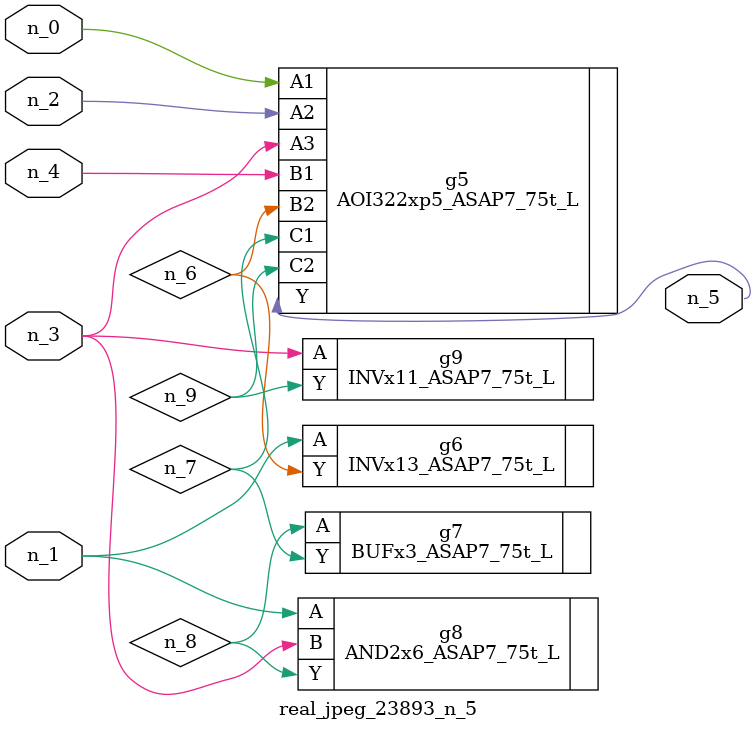
<source format=v>
module real_jpeg_23893_n_5 (n_4, n_0, n_1, n_2, n_3, n_5);

input n_4;
input n_0;
input n_1;
input n_2;
input n_3;

output n_5;

wire n_8;
wire n_6;
wire n_7;
wire n_9;

AOI322xp5_ASAP7_75t_L g5 ( 
.A1(n_0),
.A2(n_2),
.A3(n_3),
.B1(n_4),
.B2(n_6),
.C1(n_7),
.C2(n_9),
.Y(n_5)
);

INVx13_ASAP7_75t_L g6 ( 
.A(n_1),
.Y(n_6)
);

AND2x6_ASAP7_75t_L g8 ( 
.A(n_1),
.B(n_3),
.Y(n_8)
);

INVx11_ASAP7_75t_L g9 ( 
.A(n_3),
.Y(n_9)
);

BUFx3_ASAP7_75t_L g7 ( 
.A(n_8),
.Y(n_7)
);


endmodule
</source>
